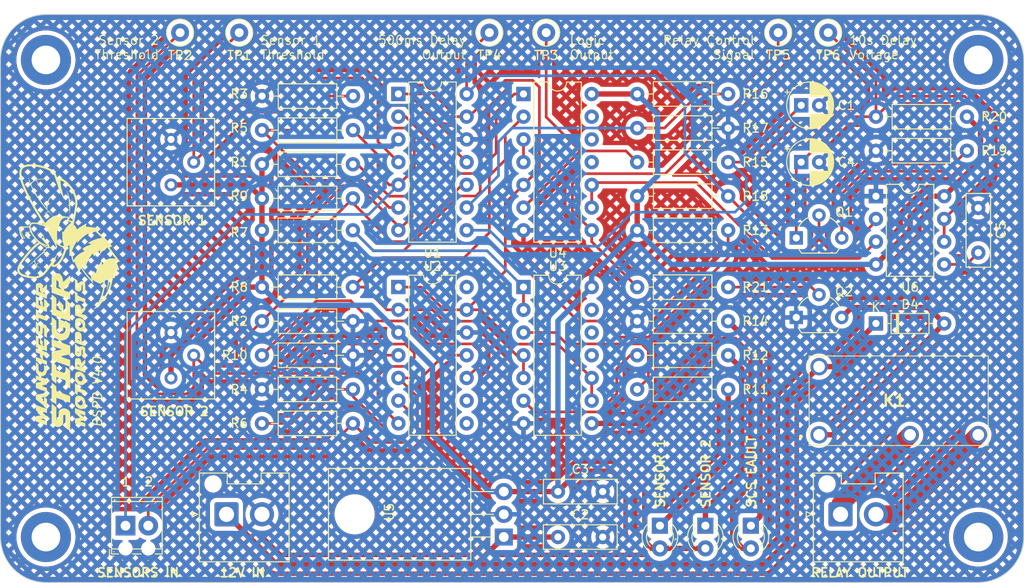
<source format=kicad_pcb>
(kicad_pcb (version 20221018) (generator pcbnew)
  (title_block (title "BPSD") (date "2024-06-10") (rev "V4.0") (company "Manchester Stinger Motorsports"))
  (layers (0 "F.Cu" signal) (31 "B.Cu" signal) (34 "B.Paste" user) (35 "F.Paste" user) (36 "B.SilkS" user "B.Silkscreen") (37 "F.SilkS" user "F.Silkscreen") (38 "B.Mask" user) (39 "F.Mask" user) (44 "Edge.Cuts" user))
  (net 0 "")
  (net 1 "Net-(U1D--)")
  (net 2 "GND")
  (net 3 "Net-(Q1-E)")
  (net 4 "+5V")
  (net 5 "Net-(Q1-B)")
  (net 6 "Net-(Q1-C)")
  (net 7 "Net-(Q2-B)")
  (net 8 "2.27V_REF")
  (net 9 "Net-(R7-Pad2)")
  (net 10 "Net-(R8-Pad2)")
  (net 11 "0.45V_REF")
  (net 12 "Net-(U2A--)")
  (net 13 "+12V")
  (net 14 "Net-(R11-Pad1)")
  (net 15 "Net-(R13-Pad2)")
  (net 16 "Net-(U1A--)")
  (net 17 "Net-(R12-Pad1)")
  (net 18 "Net-(U6-CV)")
  (net 19 "Net-(U1B--)")
  (net 20 "SENS_1")
  (net 21 "SENS_2")
  (net 22 "Net-(D1-K)")
  (net 23 "Net-(D2-K)")
  (net 24 "Net-(D3-A)")
  (net 25 "Net-(U4-Pad3)")
  (net 26 "Net-(D3-K)")
  (net 27 "Net-(R15-Pad1)")
  (net 28 "Net-(R21-Pad1)")
  (net 33 "RELAY_IN")
  (net 34 "RELAY_OUT")
  (net 35 "Net-(U2B--)")
  (net 36 "Net-(U1D-+)")
  (net 37 "Net-(U6-Q)")
  (net 38 "Net-(D4-A)")
  (footprint "Package_DIP:DIP-14_W7.62mm" (layer "F.Cu") (at 138.918 81.783)
    (fp_text reference "U4")
    (fp_text value "74HC00")
  )
  (footprint "Resistor_THT:R_Axial_DIN0207_L6.3mm_D2.5mm_P10.16mm_Horizontal" (layer "F.Cu") (at 151.618 97.023)
    (fp_text reference "R13")
    (fp_text value "10k")
  )
  (footprint "LOGO" (layer "F.Cu") (at 88.118 104.643 90)
    (fp_text reference "")
    (fp_text value "LOGO" hide)
  )
  (footprint "Resistor_THT:R_Axial_DIN0207_L6.3mm_D2.5mm_P10.16mm_Horizontal" (layer "F.Cu") (at 151.618 110.993)
    (fp_text reference "R12")
    (fp_text value "4k7")
  )
  (footprint "LED_THT:LED_D3.0mm" (layer "F.Cu") (at 154.158 130.043 -90)
    (fp_text reference "D1" hide)
    (fp_text value "LED")
  )
  (footprint "Package_TO_SOT_THT:TO-92L_Wide" (layer "F.Cu") (at 169.388 97.873)
    (fp_text reference "Q1")
    (fp_text value "2N3906")
  )
  (footprint "Capacitor_THT:CP_Radial_D5.0mm_P2.00mm" (layer "F.Cu") (at 169.938 89.403)
    (fp_text reference "C4")
    (fp_text value "10u")
  )
  (footprint "BSPD_footprints:Potentiometer_Bourns_3386P_Vertical" (layer "F.Cu") (at 99.548 113.533)
    (fp_text reference "RV2" hide)
    (fp_text value "Sensor 2 Trimmer")
  )
  (footprint "LED_THT:LED_D3.0mm" (layer "F.Cu") (at 159.238 130.043 -90)
    (fp_text reference "D2" hide)
    (fp_text value "LED")
  )
  (footprint "Package_DIP:DIP-14_W7.62mm" (layer "F.Cu") (at 124.948 103.368)
    (fp_text reference "U2")
    (fp_text value "LM339")
  )
  (footprint "MountingHole:MountingHole_3.2mm_M3_DIN965_Pad" (layer "F.Cu") (at 85.578 131.313)
    (fp_text reference "H4" hide)
    (fp_text value "MountingHole_Pad" hide)
  )
  (footprint "Capacitor_THT:C_Disc_D8.0mm_W2.5mm_P5.00mm" (layer "F.Cu") (at 142.768 126.233)
    (fp_text reference "C3")
    (fp_text value "0.1u")
  )
  (footprint "TerminalBlock_Phoenix:TerminalBlock_Phoenix_MPT-0,5-2-2.54_1x02_P2.54mm_Horizontal" (layer "F.Cu") (at 94.468 130.043)
    (fp_text reference "J2" hide)
    (fp_text value "Sensors")
  )
  (footprint "TestPoint:TestPoint_Loop_D1.80mm_Drill1.0mm_Beaded" (layer "F.Cu") (at 100.564 74.925)
    (fp_text reference "TP2")
    (fp_text value "Threshold_2_TP")
  )
  (footprint "Connector_JST:JST_VH_B2P-VH-FB-B_1x02_P3.96mm_Vertical" (layer "F.Cu") (at 174.328 128.773)
    (fp_text reference "J3" hide)
    (fp_text value "Relay Output")
  )
  (footprint "Resistor_THT:R_Axial_DIN0207_L6.3mm_D2.5mm_P10.16mm_Horizontal" (layer "F.Cu") (at 109.708 114.803)
    (fp_text reference "R4")
    (fp_text value "100k")
  )
  (footprint "Diode_THT:D_DO-35_SOD27_P7.62mm_Horizontal" (layer "F.Cu") (at 178.288 107.437)
    (fp_text reference "D4")
    (fp_text value "1N4148")
  )
  (footprint "Capacitor_THT:CP_Radial_D5.0mm_P2.00mm" (layer "F.Cu") (at 169.938 83.053)
    (fp_text reference "C1")
    (fp_text value "1u")
  )
  (footprint "Capacitor_THT:C_Disc_D8.0mm_W2.5mm_P5.00mm" (layer "F.Cu") (at 189.718 99.523 90)
    (fp_text reference "C5")
    (fp_text value "100n")
  )
  (footprint "TestPoint:TestPoint_Loop_D1.80mm_Drill1.0mm_Beaded" (layer "F.Cu") (at 141.458 74.925)
    (fp_text reference "TP3")
    (fp_text value "Logic_Output_TP")
  )
  (footprint "TestPoint:TestPoint_Loop_D1.80mm_Drill1.0mm_Beaded" (layer "F.Cu") (at 172.954 74.925)
    (fp_text reference "TP6")
    (fp_text value "10s_Voltage_TP")
  )
  (footprint "Resistor_THT:R_Axial_DIN0207_L6.3mm_D2.5mm_P10.16mm_Horizontal" (layer "F.Cu") (at 109.708 93.453)
    (fp_text reference "R9")
    (fp_text value "100k")
  )
  (footprint "Resistor_THT:R_Axial_DIN0207_L6.3mm_D2.5mm_P10.16mm_Horizontal" (layer "F.Cu") (at 178.288 88.133)
    (fp_text reference "R19")
    (fp_text value "1k")
  )
  (footprint "Package_TO_SOT_THT:TO-220-3_Horizontal_TabDown" (layer "F.Cu") (at 136.718 131.313 90)
    (fp_text reference "U5")
    (fp_text value "LM2940")
  )
  (footprint "Resistor_THT:R_Axial_DIN0207_L6.3mm_D2.5mm_P10.16mm_Horizontal" (layer "F.Cu") (at 151.618 89.403)
    (fp_text reference "R15")
    (fp_text value "430k")
  )
  (footprint "Resistor_THT:R_Axial_DIN0207_L6.3mm_D2.5mm_P10.16mm_Horizontal" (layer "F.Cu") (at 109.718 85.828)
    (fp_text reference "R5")
    (fp_text value "100k")
  )
  (footprint "Resistor_THT:R_Axial_DIN0207_L6.3mm_D2.5mm_P10.16mm_Horizontal" (layer "F.Cu") (at 109.708 118.613)
    (fp_text reference "R6")
    (fp_text value "100k")
  )
  (footprint "Capacitor_THT:C_Disc_D8.0mm_W2.5mm_P5.00mm" (layer "F.Cu") (at 142.768 131.313)
    (fp_text reference "C2")
    (fp_text value "0.22u")
  )
  (footprint "Connector_JST:JST_VH_B2P-VH-FB-B_1x02_P3.96mm_Vertical" (layer "F.Cu") (at 105.748 128.773)
    (fp_text reference "J1" hide)
    (fp_text value "12V Supply")
  )
  (footprint "LED_THT:LED_D3.0mm" (layer "F.Cu") (at 164.318 130.043 -90)
    (fp_text reference "D3" hide)
    (fp_text value "LED")
  )
  (footprint "Resistor_THT:R_Axial_DIN0207_L6.3mm_D2.5mm_P10.16mm_Horizontal" (layer "F.Cu") (at 109.708 110.993)
    (fp_text reference "R10")
    (fp_text value "10k")
  )
  (footprint "MountingHole:MountingHole_3.2mm_M3_DIN965_Pad" (layer "F.Cu") (at 85.578 77.973)
    (fp_text reference "H3" hide)
    (fp_text value "MountingHole_Pad" hide)
  )
  (footprint "Package_DIP:DIP-8_W7.62mm" (layer "F.Cu") (at 178.288 93.213)
    (fp_text reference "U6")
    (fp_text value "LM555xN")
  )
  (footprint "Package_DIP:DIP-14_W7.62mm" (layer "F.Cu") (at 124.948 81.778)
    (fp_text reference "U1")
    (fp_text value "LM339")
  )
  (footprint "TestPoint:TestPoint_Loop_D1.80mm_Drill1.0mm_Beaded" (layer "F.Cu") (at 135.108 74.925)
    (fp_text reference "TP4")
    (fp_text value "500ms_Out_TP")
  )
  (footprint "Resistor_THT:R_Axial_DIN0207_L6.3mm_D2.5mm_P10.16mm_Horizontal" (layer "F.Cu") (at 109.708 107.183)
    (fp_text reference "R2")
    (fp_text value "39k")
  )
  (footprint "Resistor_THT:R_Axial_DIN0207_L6.3mm_D2.5mm_P10.16mm_Horizontal" (layer "F.Cu") (at 109.708 97.023)
    (fp_text reference "R7")
    (fp_text value "10k")
  )
  (footprint "MountingHole:MountingHole_3.2mm_M3_DIN965_Pad" (layer "F.Cu") (at 189.718 77.973)
    (fp_text reference "H1" hide)
    (fp_text value "MountingHole_Pad" hide)
  )
  (footprint "Resistor_THT:R_Axial_DIN0207_L6.3mm_D2.5mm_P10.16mm_Horizontal" (layer "F.Cu") (at 151.618 107.183)
    (fp_text reference "R14")
    (fp_text value "4k7")
  )
  (footprint "BSPD_footprints:ALQ305" (layer "F.Cu") (at 180.328 116.073)
    (fp_text reference "K1")
    (fp_text value "Relay_SPST-NO" hide)
  )
  (footprint "Resistor_THT:R_Axial_DIN0207_L6.3mm_D2.5mm_P10.16mm_Horizontal" (layer "F.Cu") (at 151.618 114.803)
    (fp_text reference "R11")
    (fp_text value "4k7")
  )
  (footprint "BSPD_footprints:Potentiometer_Bourns_3386P_Vertical" (layer "F.Cu") (at 99.548 91.943)
    (fp_text reference "RV1" hide)
    (fp_text value "Sensor 1 Trimmer")
  )
  (footprint "Resistor_THT:R_Axial_DIN0207_L6.3mm_D2.5mm_P10.16mm_Horizontal" (layer "F.Cu") (at 151.618 103.373)
    (fp_text reference "R21")
    (fp_text value "4k7")
  )
  (footprint "Resistor_THT:R_Axial_DIN0207_L6.3mm_D2.5mm_P10.16mm_Horizontal" (layer "F.Cu") (at 109.708 89.643)
    (fp_text reference "R1")
    (fp_text value "47k")
  )
  (footprint "Resistor_THT:R_Axial_DIN0207_L6.3mm_D2.5mm_P10.16mm_Horizontal" (layer "F.Cu") (at 151.618 81.783)
    (fp_text reference "R16")
    (fp_text value "43k")
  )
  (footprint "TestPoint:TestPoint_Loop_D1.80mm_Drill1.0mm_Beaded" (layer "F.Cu") (at 167.366 74.925)
    (fp_text reference "TP5")
    (fp_text value "Relay_Signal_TP")
  )
  (footprint "TestPoint:TestPoint_Loop_D1.80mm_Drill1.0mm_Beaded" (layer "F.Cu") (at 107.168 74.925)
    (fp_text reference "TP1")
    (fp_text value "Threshold_1_TP")
  )
  (footprint "Resistor_THT:R_Axial_DIN0207_L6.3mm_D2.5mm_P10.16mm_Horizontal" (layer "F.Cu") (at 178.288 84.323)
    (fp_text reference "R20")
    (fp_text value "1M")
  )
  (footprint "Resistor_THT:R_Axial_DIN0207_L6.3mm_D2.5mm_P10.16mm_Horizontal" (layer "F.Cu") (at 151.618 85.593)
    (fp_text reference "R17")
    (fp_text value "100k")
  )
  (footprint "Resistor_THT:R_Axial_DIN0207_L6.3mm_D2.5mm_P10.16mm_Horizontal" (layer "F.Cu") (at 109.718 82.018)
    (fp_text reference "R3")
    (fp_text value "100k")
  )
  (footprint "Package_TO_SOT_THT:TO-92L_Wide" (layer "F.Cu") (at 169.388 106.763)
    (fp_text reference "Q2")
    (fp_text value "2N3904")
  )
  (footprint "Resistor_THT:R_Axial_DIN0207_L6.3mm_D2.5mm_P10.16mm_Horizontal" (layer "F.Cu") (at 151.618 93.213)
    (fp_text reference "R18")
    (fp_text value "10k")
  )
  (footprint "Resistor_THT:R_Axial_DIN0207_L6.3mm_D2.5mm_P10.16mm_Horizontal" (layer "F.Cu") (at 109.708 103.373)
    (fp_text reference "R8")
    (fp_text value "10k")
  )
  (footprint "Package_DIP:DIP-14_W7.62mm" (layer "F.Cu") (at 138.918 103.373)
    (fp_text reference "U3")
    (fp_text value "74HC00")
  )
  (footprint "MountingHole:MountingHole_3.2mm_M3_DIN965_Pad" (layer "F.Cu") (at 189.718 131.313)
    (fp_text reference "H2" hide)
    (fp_text value "MountingHole_Pad" hide)
  )
  (gr_line (start 189.718 136.393) (end 85.578 136.393) (stroke (width 0.1)) (layer "Edge.Cuts"))
  (gr_arc (start 85.578 136.393) (mid 81.985898 134.905102) (end 80.498 131.313) (stroke (width 0.1)) (layer "Edge.Cuts"))
  (gr_line (start 194.798 77.973) (end 194.798 131.313) (stroke (width 0.1)) (layer "Edge.Cuts"))
  (gr_arc (start 194.798 131.313) (mid 193.310102 134.905102) (end 189.718 136.393) (stroke (width 0.1)) (layer "Edge.Cuts"))
  (gr_line (start 80.498 131.313) (end 80.498 77.973) (stroke (width 0.1)) (layer "Edge.Cuts"))
  (gr_line (start 85.578 72.893) (end 189.718 72.893) (stroke (width 0.1)) (layer "Edge.Cuts"))
  (gr_arc (start 80.498 77.973) (mid 81.985898 74.380898) (end 85.578 72.893) (stroke (width 0.1)) (layer "Edge.Cuts"))
  (gr_arc (start 189.718 72.893) (mid 193.310102 74.380898) (end 194.798 77.973) (stroke (width 0.1)) (layer "Edge.Cuts"))
  (gr_text "SENSORS IN" (at 91.166 135.885) (layer "F.SilkS") (effects (font (size 1 1) (thickness 0.2) bold) (justify left bottom)))
  (gr_text "SCS FAULT" (at 164.953 128.138 90) (layer "F.SilkS") (effects (font (size 1 1) (thickness 0.2) bold) (justify left bottom)))
  (gr_text "500ms Delay\nOutput" (at 132.568 77.973) (layer "F.SilkS") (effects (font (size 1 1) (thickness 0.125)) (justify right bottom)))
  (gr_text "Relay Control\nSignal" (at 164.826 77.973) (layer "F.SilkS") (effects (font (size 1 1) (thickness 0.125)) (justify right bottom)))
  (gr_text "BSPD V4.0" (at 91.928 119.121 90) (layer "F.SilkS") (effects (font (size 1 1) (thickness 0.15) italic) (justify left bottom)))
  (gr_text "Logic\nOutput" (at 143.998 77.973) (layer "F.SilkS") (effects (font (size 1 1) (thickness 0.125)) (justify left bottom)))
  (gr_text "Sensor 2\nThreshold" (at 98.278 77.973) (layer "F.SilkS") (effects (font (size 1 1) (thickness 0.125)) (justify right bottom)))
  (gr_text "12V IN" (at 104.882 135.885) (layer "F.SilkS") (effects (font (size 1 1) (thickness 0.2) bold) (justify left bottom)))
  (gr_text "SENSOR 2" (at 159.873 128.138 90) (layer "F.SilkS") (effects (font (size 1 1) (thickness 0.2) bold) (justify left bottom)))
  (gr_text "SENSOR 1" (at 154.793 128.138 90) (layer "F.SilkS") (effects (font (size 1 1) (thickness 0.2) bold) (justify left bottom)))
  (gr_text "10s Delay\nVoltage" (at 175.24 77.973) (layer "F.SilkS") (effects (font (size 1 1) (thickness 0.125)) (justify left bottom)))
  (gr_text "2" (at 96.5 125.725) (layer "F.SilkS") (effects (font (size 1 1)) (justify left bottom)))
  (gr_text "Sensor 1\nThreshold" (at 109.454 77.973) (layer "F.SilkS") (effects (font (size 1 1) (thickness 0.125)) (justify left bottom)))
  (gr_text "SENSOR 2" (at 95.992 117.851) (layer "F.SilkS") (effects (font (size 1 1) (thickness 0.2) bold) (justify left bottom)))
  (gr_text "SENSOR 1" (at 95.738 96.515) (layer "F.SilkS") (effects (font (size 1 1) (thickness 0.2) bold) (justify left bottom)))
  (gr_text "RELAY OUTPUT" (at 170.922 135.885) (layer "F.SilkS") (effects (font (size 1 1) (thickness 0.2) bold) (justify left bottom)))
  (gr_text "1" (at 93.96 125.725) (layer "F.SilkS") (effects (font (size 1 1)) (justify left bottom)))
  (segment (start 163.588 89.403) (end 169.938 83.053) (width 0.3) (layer "F.Cu") (net 1))
  (segment (start 161.778 89.403) (end 163.588 89.403) (width 0.3) (layer "F.Cu") (net 1))
  (segment (start 136.886 98.801) (end 147.3 98.801) (width 0.3) (layer "B.Cu") (net 1))
  (segment (start 147.3 98.801) (end 151.11 94.991) (width 0.3) (layer "B.Cu") (net 1))
  (segment (start 162.032 89.403) (end 161.778 89.403) (width 0.3) (layer "B.Cu") (net 1))
  (segment (start 163.81 91.181) (end 162.032 89.403) (width 0.3) (layer "B.Cu") (net 1))
  (segment (start 132.568 97.018) (end 135.103 97.018) (width 0.3) (layer "B.Cu") (net 1))
  (segment (start 135.103 97.018) (end 136.886 98.801) (width 0.3) (layer "B.Cu") (net 1))
  (segment (start 162.54 94.991) (end 163.81 93.721) (width 0.3) (layer "B.Cu") (net 1))
  (segment (start 151.11 94.991) (end 162.54 94.991) (width 0.3) (layer "B.Cu") (net 1))
  (segment (start 163.81 93.721) (end 163.81 91.181) (width 0.3) (layer "B.Cu") (net 1))
  (segment (start 132.568 86.858) (end 128.738 83.028) (width 0.3) (layer "B.Cu") (net 2))
  (segment (start 128.738 83.028) (end 123.961604 83.028) (width 0.3) (layer "B.Cu") (net 2))
  (segment (start 121.700604 80.767) (end 110.969 80.767) (width 0.3) (layer "B.Cu") (net 2))
  (segment (start 110.969 80.767) (end 109.718 82.018) (width 0.3) (layer "B.Cu") (net 2))
  (segment (start 123.961604 83.028) (end 121.700604 80.767) (width 0.3) (layer "B.Cu") (net 2))
  (segment (start 169.938 89.403) (end 175.018 84.323) (width 0.3) (layer "F.Cu") (net 3))
  (segment (start 190.734 90.927) (end 190.734 84.577) (width 0.3) (layer "F.Cu") (net 3))
  (segment (start 180.574 82.037) (end 178.288 84.323) (width 0.3) (layer "F.Cu") (net 3))
  (segment (start 169.388 89.953) (end 169.938 89.403) (width 0.3) (layer "F.Cu") (net 3))
  (segment (start 169.388 97.873) (end 169.388 89.953) (width 0.3) (layer "F.Cu") (net 3))
  (segment (start 178.288 80.259) (end 172.954 74.925) (width 0.3) (layer "F.Cu") (net 3))
  (segment (start 190.734 84.577) (end 188.194 82.037) (width 0.3) (layer "F.Cu") (net 3))
  (segment (start 188.194 82.037) (end 180.574 82.037) (width 0.3) (layer "F.Cu") (net 3))
  (segment (start 175.018 84.323) (end 178.288 84.323) (width 0.3) (layer "F.Cu") (net 3))
  (segment (start 178.288 84.323) (end 178.288 80.259) (width 0.3) (layer "F.Cu") (net 3))
  (segment (start 185.908 98.293) (end 185.908 95.753) (width 0.3) (layer "F.Cu") (net 3))
  (segment (start 185.908 95.753) (end 190.734 90.927) (width 0.3) (layer "F.Cu") (net 3))
  (segment (start 107.168 103.373) (end 109.708 103.373) (width 0.6) (layer "F.Cu") (net 4))
  (segment (start 151.364 126.487) (end 151.364 130.689) (width 0.6) (layer "F.Cu") (net 4))
  (segment (start 136.718 126.233) (end 142.768 126.233) (width 0.6) (layer "F.Cu") (net 4))
  (segment (start 182.098 97.023) (end 182.098 95.499) (width 0.6) (layer "F.Cu") (net 4))
  (segment (start 99.548 91.943) (end 108.198 91.943) (width 0.6) (layer "F.Cu") (net 4))
  (segment (start 99.548 113.533) (end 99.548 110.993) (width 0.6) (layer "F.Cu") (net 4))
  (segment (start 148.824 123.947) (end 151.364 126.487) (width 0.6) (layer "F.Cu") (net 4))
  (segment (start 142.768 126.233) (end 145.054 123.947) (width 0.6) (layer "F.Cu") (net 4))
  (segment (start 145.054 123.947) (end 148.824 123.947) (width 0.6) (layer "F.Cu") (net 4))
  (segment (start 189.972 85.847) (end 188.448 84.323) (width 0.6) (layer "F.Cu") (net 4))
  (segment (start 109.708 97.023) (end 109.708 93.453) (width 0.6) (layer "F.Cu") (net 4))
  (segment (start 189.972 89.149) (end 189.972 85.847) (width 0.6) (layer "F.Cu") (net 4))
  (segment (start 159.238 132.583) (end 154.158 132.583) (width 0.6) (layer "F.Cu") (net 4))
  (segment (start 178.288 100.833) (end 182.098 97.023) (width 0.6) (layer "F.Cu") (net 4))
  (segment (start 109.708 97.023) (end 109.708 103.373) (width 0.6) (layer "F.Cu") (net 4))
  (segment (start 108.198 91.943) (end 109.708 93.453) (width 0.6) (layer "F.Cu") (net 4))
  (segment (start 184.384 93.213) (end 185.908 93.213) (width 0.6) (layer "F.Cu") (net 4))
  (segment (start 109.708 93.453) (end 109.708 89.643) (width 0.6) (layer "F.Cu") (net 4))
  (segment (start 146.538 81.783) (end 151.618 81.783) (width 0.6) (layer "F.Cu") (net 4))
  (segment (start 185.908 93.213) (end 189.972 89.149) (width 0.6) (layer "F.Cu") (net 4))
  (segment (start 151.618 97.023) (end 151.618 93.213) (width 0.6) (layer "F.Cu") (net 4))
  (segment (start 99.548 110.993) (end 107.168 103.373) (width 0.6) (layer "F.Cu") (net 4))
  (segment (start 153.258 132.583) (end 154.158 132.583) (width 0.6) (layer "F.Cu") (net 4))
  (segment (start 182.098 95.499) (end 184.384 93.213) (width 0.6) (layer "F.Cu") (net 4))
  (segment (start 151.364 130.689) (end 153.258 132.583) (width 0.6) (layer "F.Cu") (net 4))
  (segment (start 135.108 126.233) (end 136.718 126.233) (width 0.6) (layer "B.Cu") (net 4))
  (segment (start 151.618 97.023) (end 155.428 100.833) (width 0.6) (layer "B.Cu") (net 4))
  (segment (start 121.905 105.405) (end 124.948 108.448) (width 0.6) (layer "B.Cu") (net 4))
  (segment (start 109.708 89.643) (end 111.726 87.625) (width 0.6) (layer "B.Cu") (net 4))
  (segment (start 124.181 87.625) (end 124.948 86.858) (width 0.6) (layer "B.Cu") (net 4))
  (segment (start 111.726 87.625) (end 124.181 87.625) (width 0.6) (layer "B.Cu") (net 4))
  (segment (start 128.758 119.883) (end 135.108 126.233) (width 0.6) (layer "B.Cu") (net 4))
  (segment (start 111.74 105.405) (end 121.905 105.405) (width 0.6) (layer "B.Cu") (net 4))
  (segment (start 146.538 103.373) (end 146.538 102.103) (width 0.6) (layer "B.Cu") (net 4))
  (segment (start 142.768 126.233) (end 142.768 107.143) (width 0.6) (layer "B.Cu") (net 4))
  (segment (start 153.904 84.069) (end 151.618 81.783) (width 0.6) (layer "B.Cu") (net 4))
  (segment (start 124.948 108.448) (end 128.758 112.258) (width 0.6) (layer "B.Cu") (net 4))
  (segment (start 142.768 107.143) (end 146.538 103.373) (width 0.6) (layer "B.Cu") (net 4))
  (segment (start 109.708 103.373) (end 111.74 105.405) (width 0.6) (layer "B.Cu") (net 4))
  (segment (start 146.538 102.103) (end 151.618 97.023) (width 0.6) (layer "B.Cu") (net 4))
  (segment (start 153.904 90.927) (end 153.904 84.069) (width 0.6) (layer "B.Cu") (net 4))
  (segment (start 151.618 93.213) (end 153.904 90.927) (width 0.6) (layer "B.Cu") (net 4))
  (segment (start 155.428 100.833) (end 178.288 100.833) (width 0.6) (layer "B.Cu") (net 4))
  (segment (start 128.758 112.258) (end 128.758 119.883) (width 0.6) (layer "B.Cu") (net 4))
  (segment (start 171.938 97.479396) (end 171.938 98.039) (width 0.3) (layer "F.Cu") (net 5))
  (segment (start 168.128 99.563) (end 161.778 93.213) (width 0.3) (layer "F.Cu") (net 5))
  (segment (start 171.938 98.039) (end 170.414 99.563) (width 0.3) (layer "F.Cu") (net 5))
  (segment (start 170.414 99.563) (end 168.128 99.563) (width 0.3) (layer "F.Cu") (net 5))
  (segment (start 171.928 95.333) (end 171.928 97.469396) (width 0.3) (layer "F.Cu") (net 5))
  (segment (start 132.568 77.465) (end 135.108 74.925) (width 0.3) (layer "F.Cu") (net 5))
  (segment (start 173.208 99.309) (end 171.938 98.039) (width 0.3) (layer "F.Cu") (net 5))
  (segment (start 174.986 99.309) (end 173.208 99.309) (width 0.3) (layer "F.Cu") (net 5))
  (segment (start 178.288 95.753) (end 178.288 96.007) (width 0.3) (layer "F.Cu") (net 5))
  (segment (start 178.288 96.007) (end 174.986 99.309) (width 0.3) (layer "F.Cu") (net 5))
  (segment (start 171.928 97.469396) (end 171.938 97.479396) (width 0.3) (layer "F.Cu") (net 5))
  (segment (start 132.568 81.778) (end 132.568 77.465) (width 0.3) (layer "F.Cu") (net 5))
  (segment (start 156.952 88.387) (end 161.778 93.213) (width 0.3) (layer "B.Cu") (net 5))
  (segment (start 156.952 83.053) (end 156.952 88.387) (width 0.3) (layer "B.Cu") (net 5))
  (segment (start 153.65 79.751) (end 156.952 83.053) (width 0.3) (layer "B.Cu") (net 5))
  (segment (start 132.568 81.778) (end 134.595 79.751) (width 0.3) (layer "B.Cu") (net 5))
  (segment (start 134.595 79.751) (end 153.65 79.751) (width 0.3) (layer "B.Cu") (net 5))
  (segment (start 174.468 92.969) (end 174.468 97.873) (width 0.3) (layer "F.Cu") (net 6))
  (segment (start 188.448 88.133) (end 186.162 90.419) (width 0.3) (layer "F.Cu") (net 6))
  (segment (start 186.162 90.419) (end 177.018 90.419) (width 0.3) (layer "F.Cu") (net 6))
  (segment (start 177.018 90.419) (end 174.468 92.969) (width 0.3) (layer "F.Cu") (net 6))
  (segment (start 171.078 103.373) (end 171.928 104.223) (width 0.3) (layer "F.Cu") (net 7))
  (segment (start 161.778 103.373) (end 171.078 103.373) (width 0.3) (layer "F.Cu") (net 7))
  (segment (start 123.932 93.213) (end 120.362 89.643) (width 0.3) (layer "F.Cu") (net 8))
  (segment (start 126.726 111.247) (end 126.726 110.739) (width 0.3) (layer "F.Cu") (net 8))
  (segment (start 125.735 112.238) (end 126.726 111.247) (width 0.3) (layer "F.Cu") (net 8))
  (segment (start 125.964 93.213) (end 123.932 93.213) (width 0.3) (layer "F.Cu") (net 8))
  (segment (start 120.424736 92.035) (end 124.948 96.558264) (width 0.3) (layer "F.Cu") (net 8))
  (segment (start 112.594 112.425) (end 108.854 112.425) (width 0.3) (layer "F.Cu") (net 8))
  (segment (start 126.472 95.494) (end 126.472 93.721) (width 0.3) (layer "F.Cu") (net 8))
  (segment (start 125.725 109.738) (end 115.281 109.738) (width 0.3) (layer "F.Cu") (net 8))
  (segment (start 124.948 96.558264) (end 124.948 97.018) (width 0.3) (layer "F.Cu") (net 8))
  (segment (start 126.726 110.739) (end 125.725 109.738) (width 0.3) (layer "F.Cu") (net 8))
  (segment (start 114.788 102.103) (end 114.788 96.007) (width 0.3) (layer "F.Cu") (net 8))
  (segment (start 124.948 118.608) (end 122.662 116.322) (width 0.3) (layer "F.Cu") (net 8))
  (segment (start 107.676 111.247) (end 107.676 109.215) (width 0.3) (layer "F.Cu") (net 8))
  (segment (start 126.472 93.721) (end 125.964 93.213) (width 0.3) (layer "F.Cu") (net 8))
  (segment (start 122.662 116.322) (end 122.662 113.279) (width 0.3) (layer "F.Cu") (net 8))
  (segment (start 107.676 109.215) (end 109.708 107.183) (width 0.3) (layer "F.Cu") (net 8))
  (segment (start 124.948 97.018) (end 126.472 95.494) (width 0.3) (layer "F.Cu") (net 8))
  (segment (start 109.708 107.183) (end 114.788 102.103) (width 0.3) (layer "F.Cu") (net 8))
  (segment (start 122.662 113.279) (end 123.703 112.238) (width 0.3) (layer "F.Cu") (net 8))
  (segment (start 123.703 112.238) (end 125.735 112.238) (width 0.3) (layer "F.Cu") (net 8))
  (segment (start 108.854 112.425) (end 107.676 111.247) (width 0.3) (layer "F.Cu") (net 8))
  (segment (start 114.788 96.007) (end 118.76 92.035) (width 0.3) (layer "F.Cu") (net 8))
  (segment (start 118.76 92.035) (end 120.424736 92.035) (width 0.3) (layer "F.Cu") (net 8))
  (segment (start 120.362 89.643) (end 119.868 89.643) (width 0.3) (layer "F.Cu") (net 8))
  (segment (start 115.281 109.738) (end 112.594 112.425) (width 0.3) (layer "F.Cu") (net 8))
  (segment (start 124.948 84.318) (end 125.748 84.318) (width 0.3) (layer "F.Cu") (net 9))
  (segment (start 125.542528 99.309) (end 122.154 99.309) (width 0.3) (layer "F.Cu") (net 9))
  (segment (start 129.012 87.582) (end 129.012 88.387) (width 0.3) (layer "F.Cu") (net 9))
  (segment (start 137.902 81.783) (end 138.918 81.783) (width 0.3) (layer "F.Cu") (net 9))
  (segment (start 135.87 83.815) (end 137.902 81.783) (width 0.3) (layer "F.Cu") (net 9))
  (segment (start 134.092 91.181) (end 134.092 92.705) (width 0.3) (layer "F.Cu") (net 9))
  (segment (start 122.154 99.309) (end 119.868 97.023) (width 0.3) (layer "F.Cu") (net 9))
  (segment (start 131.298 90.673) (end 133.584 90.673) (width 0.3) (layer "F.Cu") (net 9))
  (segment (start 129.012 88.387) (end 131.298 90.673) (width 0.3) (layer "F.Cu") (net 9))
  (segment (start 133.609 93.188) (end 131.663528 93.188) (width 0.3) (layer "F.Cu") (net 9))
  (segment (start 131.663528 93.188) (end 125.542528 99.309) (width 0.3) (layer "F.Cu") (net 9))
  (segment (start 125.748 84.318) (end 129.012 87.582) (width 0.3) (layer "F.Cu") (net 9))
  (segment (start 135.87 88.387) (end 135.87 83.815) (width 0.3) (layer "F.Cu") (net 9))
  (segment (start 133.584 90.673) (end 134.092 91.181) (width 0.3) (layer "F.Cu") (net 9))
  (segment (start 138.918 105.913) (end 138.918 103.373) (width 0.3) (layer "F.Cu") (net 9))
  (segment (start 133.584 90.673) (end 135.87 88.387) (width 0.3) (layer "F.Cu") (net 9))
  (segment (start 134.092 92.705) (end 133.609 93.188) (width 0.3) (layer "F.Cu") (net 9))
  (segment (start 138.918 103.373) (end 134.854 99.309) (width 0.3) (layer "B.Cu") (net 9))
  (segment (start 122.154 99.309) (end 119.868 97.023) (width 0.3) (layer "B.Cu") (net 9))
  (segment (start 134.854 99.309) (end 122.154 99.309) (width 0.3) (layer "B.Cu") (net 9))
  (segment (start 123.678 105.913) (end 123.683 105.908) (width 0.3) (layer "F.Cu") (net 10))
  (segment (start 136.886 89.149) (end 135.108 90.927) (width 0.3) (layer "F.Cu") (net 10))
  (segment (start 138.156 110.993) (end 138.918 110.993) (width 0.3) (layer "F.Cu") (net 10))
  (segment (start 124.948 105.908) (end 128.753 105.908) (width 0.3) (layer "F.Cu") (net 10))
  (segment (start 132.314 100.071) (end 123.17 100.071) (width 0.3) (layer "F.Cu") (net 10))
  (segment (start 135.108 90.927) (end 135.108 97.277) (width 0.3) (layer "F.Cu") (net 10))
  (segment (start 121.138 103.373) (end 123.678 105.913) (width 0.3) (layer "F.Cu") (net 10))
  (segment (start 138.918 113.533) (end 138.918 110.993) (width 0.3) (layer "F.Cu") (net 10))
  (segment (start 138.918 84.323) (end 136.886 86.355) (width 0.3) (layer "F.Cu") (net 10))
  (segment (start 134.346 107.183) (end 138.156 110.993) (width 0.3) (layer "F.Cu") (net 10))
  (segment (start 135.108 97.277) (end 132.314 100.071) (width 0.3) (layer "F.Cu") (net 10))
  (segment (start 119.868 103.373) (end 121.138 103.373) (width 0.3) (layer "F.Cu") (net 10))
  (segment (start 123.17 100.071) (end 119.868 103.373) (width 0.3) (layer "F.Cu") (net 10))
  (segment (start 123.683 105.908) (end 124.948 105.908) (width 0.3) (layer "F.Cu") (net 10))
  (segment (start 130.028 107.183) (end 134.346 107.183) (width 0.3) (layer "F.Cu") (net 10))
  (segment (start 136.886 86.355) (end 136.886 89.149) (width 0.3) (layer "F.Cu") (net 10))
  (segment (start 128.753 105.908) (end 130.028 107.183) (width 0.3) (layer "F.Cu") (net 10))
  (segment (start 115.804 97.517) (end 119.868 93.453) (width 0.3) (layer "F.Cu") (net 11))
  (segment (start 124.186 98.293) (end 119.868 93.975) (width 0.3) (layer "F.Cu") (net 11))
  (segment (start 119.614 104.897) (end 115.804 104.897) (width 0.3) (layer "F.Cu") (net 11))
  (segment (start 133.203 109.723) (end 128.25 109.723) (width 0.3) (layer "F.Cu") (net 11))
  (segment (start 119.868 93.975) (end 119.868 93.453) (width 0.3) (layer "F.Cu") (net 11))
  (segment (start 132.065 91.938) (end 125.71 98.293) (width 0.3) (layer "F.Cu") (net 11))
  (segment (start 128.25 109.723) (end 125.685 107.158) (width 0.3) (layer "F.Cu") (net 11))
  (segment (start 125.685 107.158) (end 121.875 107.158) (width 0.3) (layer "F.Cu") (net 11))
  (segment (start 134.092 112.004) (end 134.092 110.612) (width 0.3) (layer "F.Cu") (net 11))
  (segment (start 132.568 113.528) (end 134.092 112.004) (width 0.3) (layer "F.Cu") (net 11))
  (segment (start 109.708 110.993) (end 115.804 104.897) (width 0.3) (layer "F.Cu") (net 11))
  (segment (start 121.875 107.158) (end 119.614 104.897) (width 0.3) (layer "F.Cu") (net 11))
  (segment (start 134.092 110.612) (end 133.203 109.723) (width 0.3) (layer "F.Cu") (net 11))
  (segment (start 132.568 91.938) (end 132.065 91.938) (width 0.3) (layer "F.Cu") (net 11))
  (segment (start 115.804 104.897) (end 115.804 97.517) (width 0.3) (layer "F.Cu") (net 11))
  (segment (start 125.71 98.293) (end 124.186 98.293) (width 0.3) (layer "F.Cu") (net 11))
  (segment (start 102.088 110.993) (end 104.12 113.025) (width 0.3) (layer "F.Cu") (net 12))
  (segment (start 97.516 115.311) (end 95.738 113.533) (width 0.3) (layer "F.Cu") (net 12))
  (segment (start 95.738 79.751) (end 100.564 74.925) (width 0.3) (layer "F.Cu") (net 12))
  (segment (start 104.12 113.025) (end 121.138 113.025) (width 0.3) (layer "F.Cu") (net 12))
  (segment (start 121.138 113.025) (end 123.175 110.988) (width 0.3) (layer "F.Cu") (net 12))
  (segment (start 95.738 113.533) (end 95.738 79.751) (width 0.3) (layer "F.Cu") (net 12))
  (segment (start 102.088 114.549) (end 101.326 115.311) (width 0.3) (layer "F.Cu") (net 12))
  (segment (start 102.088 110.993) (end 102.088 114.549) (width 0.3) (layer "F.Cu") (net 12))
  (segment (start 123.175 110.988) (end 124.948 110.988) (width 0.3) (layer "F.Cu") (net 12))
  (segment (start 101.326 115.311) (end 97.516 115.311) (width 0.3) (layer "F.Cu") (net 12))
  (segment (start 136.718 131.313) (end 133.67 134.361) (width 0.6) (layer "F.Cu") (net 13))
  (segment (start 168.382 115.819) (end 171.938 112.263) (width 0.6) (layer "F.Cu") (net 13))
  (segment (start 168.382 131.821) (end 168.382 115.819) (width 0.6) (layer "F.Cu") (net 13))
  (segment (start 165.842 134.361) (end 168.382 131.821) (width 0.6) (layer "F.Cu") (net 13))
  (segment (start 136.718 131.313) (end 142.768 131.313) (width 0.6) (layer "F.Cu") (net 13))
  (segment (start 171.938 112.263) (end 173.462 112.263) (width 0.6) (layer "F.Cu") (net 13))
  (segment (start 133.584 134.361) (end 165.842 134.361) (width 0.6) (layer "F.Cu") (net 13))
  (segment (start 105.748 128.773) (end 111.336 134.361) (width 0.6) (layer "F.Cu") (net 13))
  (segment (start 111.336 134.361) (end 133.584 134.361) (width 0.6) (layer "F.Cu") (net 13))
  (segment (start 133.67 134.361) (end 133.584 134.361) (width 0.6) (layer "F.Cu") (net 13))
  (segment (start 173.462 112.263) (end 178.288 107.437) (width 0.6) (layer "F.Cu") (net 13))
  (segment (start 151.618 114.803) (end 152.868 113.553) (width 0.3) (layer "F.Cu") (net 14))
  (segment (start 152.126 109.723) (end 143.744 109.723) (width 0.3) (layer "F.Cu") (net 14))
  (segment (start 143.744 109.723) (end 142.474 108.453) (width 0.3) (layer "F.Cu") (net 14))
  (segment (start 152.868 110.465) (end 152.126 109.723) (width 0.3) (layer "F.Cu") (net 14))
  (segment (start 142.474 108.453) (end 138.918 108.453) (width 0.3) (layer "F.Cu") (net 14))
  (segment (start 152.868 113.553) (end 152.868 110.465) (width 0.3) (layer "F.Cu") (net 14))
  (segment (start 136.886 101.59) (end 136.886 99.055) (width 0.3) (layer "F.Cu") (net 15))
  (segment (start 124.948 103.368) (end 127.483 103.368) (width 0.3) (layer "F.Cu") (net 15))
  (segment (start 142.748 109.743) (end 137.922 109.743) (width 0.3) (layer "F.Cu") (net 15))
  (segment (start 132.568 84.318) (end 132.827 84.318) (width 0.3) (layer "F.Cu") (net 15))
  (segment (start 161.778 100.071) (end 161.778 97.023) (width 0.3) (layer "F.Cu") (net 15))
  (segment (start 147.788 107.163) (end 149.586 108.961) (width 0.3) (layer "F.Cu") (net 15))
  (segment (start 138.918 91.943) (end 136.886 93.975) (width 0.3) (layer "F.Cu") (net 15))
  (segment (start 137.922 109.743) (end 134.087 105.908) (width 0.3) (layer "F.Cu") (net 15))
  (segment (start 136.886 80.259) (end 139.934 80.259) (width 0.3) (layer "F.Cu") (net 15))
  (segment (start 127.483 103.368) (end 130.028 105.913) (width 0.3) (layer "F.Cu") (net 15))
  (segment (start 152.888 108.961) (end 161.778 100.071) (width 0.3) (layer "F.Cu") (net 15))
  (segment (start 140.696 90.165) (end 138.918 91.943) (width 0.3) (layer "F.Cu") (net 15))
  (segment (start 127.737 81.778) (end 130.277 84.318) (width 0.3) (layer "F.Cu") (net 15))
  (segment (start 136.886 96.769) (end 136.886 93.975) (width 0.3) (layer "F.Cu") (net 15))
  (segment (start 139.934 80.259) (end 140.696 81.021) (width 0.3) (layer "F.Cu") (net 15))
  (segment (start 146.538 116.073) (end 146.538 113.533) (width 0.3) (layer "F.Cu") (net 15))
  (segment (start 149.586 108.961) (end 152.888 108.961) (width 0.3) (layer "F.Cu") (net 15))
  (segment (start 130.028 105.913) (end 130.033 105.908) (width 0.3) (layer "F.Cu") (net 15))
  (segment (start 140.696 81.021) (end 140.696 90.165) (width 0.3) (layer "F.Cu") (net 15))
  (segment (start 130.277 84.318) (end 132.568 84.318) (width 0.3) (layer "F.Cu") (net 15))
  (segment (start 134.087 105.908) (end 132.568 105.908) (width 0.3) (layer "F.Cu") (net 15))
  (segment (start 146.538 113.533) (end 142.748 109.743) (width 0.3) (layer "F.Cu") (net 15))
  (segment (start 136.886 99.055) (end 136.886 96.769) (width 0.3) (layer "F.Cu") (net 15))
  (segment (start 130.033 105.908) (end 132.568 105.908) (width 0.3) (layer "F.Cu") (net 15))
  (segment (start 136.886 99.055) (end 144.994 107.163) (width 0.3) (layer "F.Cu") (net 15))
  (segment (start 132.827 84.318) (end 136.886 80.259) (width 0.3) (layer "F.Cu") (net 15))
  (segment (start 124.948 81.778) (end 127.737 81.778) (width 0.3) (layer "F.Cu") (net 15))
  (segment (start 132.568 105.908) (end 136.886 101.59) (width 0.3) (layer "F.Cu") (net 15))
  (segment (start 144.994 107.163) (end 147.788 107.163) (width 0.3) (layer "F.Cu") (net 15))
  (segment (start 102.088 89.403) (end 102.088 80.005) (width 0.3) (layer "F.Cu") (net 16))
  (segment (start 120.884 80.005) (end 122.662 81.783) (width 0.3) (layer "F.Cu") (net 16))
  (segment (start 102.088 89.403) (end 107.676 83.815) (width 0.3) (layer "F.Cu") (net 16))
  (segment (start 107.676 83.815) (end 111.994 83.815) (width 0.3) (layer "F.Cu") (net 16))
  (segment (start 122.662 87.112) (end 124.948 89.398) (width 0.3) (layer "F.Cu") (net 16))
  (segment (start 115.804 80.005) (end 120.884 80.005) (width 0.3) (layer "F.Cu") (net 16))
  (segment (start 122.662 81.783) (end 122.662 87.112) (width 0.3) (layer "F.Cu") (net 16))
  (segment (start 102.088 80.005) (end 107.168 74.925) (width 0.3) (layer "F.Cu") (net 16))
  (segment (start 111.994 83.815) (end 115.804 80.005) (width 0.3) (layer "F.Cu") (net 16))
  (segment (start 150.856 110.993) (end 151.618 110.993) (width 0.3) (layer "F.Cu") (net 17))
  (segment (start 149.332 112.517) (end 150.856 110.993) (width 0.3) (layer "F.Cu") (net 17))
  (segment (start 138.918 116.073) (end 140.168 117.323) (width 0.3) (layer "F.Cu") (net 17))
  (segment (start 149.332 115.311) (end 149.332 112.517) (width 0.3) (layer "F.Cu") (net 17))
  (segment (start 147.32 117.323) (end 149.332 115.311) (width 0.3) (layer "F.Cu") (net 17))
  (segment (start 140.168 117.323) (end 147.32 117.323) (width 0.3) (layer "F.Cu") (net 17))
  (segment (start 188.408 100.833) (end 189.718 99.523) (width 0.3) (layer "F.Cu") (net 18))
  (segment (start 185.908 100.833) (end 188.408 100.833) (width 0.3) (layer "F.Cu") (net 18))
  (segment (start 115.325 91.435) (end 109.718 85.828) (width 0.3) (layer "F.Cu") (net 19))
  (segment (start 113.029 85.828) (end 109.718 85.828) (width 0.3) (layer "F.Cu") (net 19))
  (segment (start 116.839 82.018) (end 113.029 85.828) (width 0.3) (layer "F.Cu") (net 19))
  (segment (start 119.878 82.018) (end 116.839 82.018) (width 0.3) (layer "F.Cu") (net 19))
  (segment (start 124.948 94.478) (end 123.927 94.478) (width 0.3) (layer "F.Cu") (net 19))
  (segment (start 123.927 94.478) (end 120.884 91.435) (width 0.3) (layer "F.Cu") (net 19))
  (segment (start 120.884 91.435) (end 115.325 91.435) (width 0.3) (layer "F.Cu") (net 19))
  (segment (start 122.662 88.612) (end 122.662 90.673) (width 0.3) (layer "F.Cu") (net 20))
  (segment (start 126.238 83.068) (end 132.568 89.398) (width 0.3) (layer "F.Cu") (net 20))
  (segment (start 122.662 90.673) (end 123.927 91.938) (width 0.3) (layer "F.Cu") (net 20))
  (segment (start 126.726 86.355) (end 125.964 85.593) (width 0.3) (layer "F.Cu") (net 20))
  (segment (start 124.171 83.068) (end 126.238 83.068) (width 0.3) (layer "F.Cu") (net 20))
  (segment (start 123.932 85.593) (end 123.424 85.085) (width 0.3) (layer "F.Cu") (net 20))
  (segment (start 126.726 90.16) (end 126.726 86.355) (width 0.3) (layer "F.Cu") (net 20))
  (segment (start 123.424 85.085) (end 123.424 83.815) (width 0.3) (layer "F.Cu") (net 20))
  (segment (start 125.964 85.593) (end 123.932 85.593) (width 0.3) (layer "F.Cu") (net 20))
  (segment (start 123.927 91.938) (end 124.948 91.938) (width 0.3) (layer "F.Cu") (net 20))
  (segment (start 123.424 83.815) (end 124.171 83.068) (width 0.3) (layer "F.Cu") (net 20))
  (segment (start 124.948 91.938) (end 126.726 90.16) (width 0.3) (layer "F.Cu") (net 20))
  (segment (start 119.878 85.828) (end 122.662 88.612) (width 0.3) (layer "F.Cu") (net 20))
  (segment (start 94.468 108.453) (end 107.676 95.245) (width 0.3) (layer "B.Cu") (net 20))
  (segment (start 94.468 130.043) (end 94.468 108.453) (width 0.3) (layer "B.Cu") (net 20))
  (segment (start 107.676 95.245) (end 121.641 95.245) (width 0.3) (layer "B.Cu") (net 20))
  (segment (start 121.641 95.245) (end 124.948 91.938) (width 0.3) (layer "B.Cu") (net 20))
  (segment (start 97.008 128.011) (end 103.612 121.407) (width 0.3) (layer "F.Cu") (net 21))
  (segment (start 124.948 113.528) (end 127.493 113.528) (width 0.3) (layer "F.Cu") (net 21))
  (segment (start 117.074 121.407) (end 119.868 118.613) (width 0.3) (layer "F.Cu") (net 21))
  (segment (start 127.072 119.791) (end 127.072 115.652) (width 0.3) (layer "F.Cu") (net 21))
  (segment (start 126.126 120.737) (end 127.072 119.791) (width 0.3) (layer "F.Cu") (net 21))
  (segment (start 103.612 121.407) (end 117.074 121.407) (width 0.3) (layer "F.Cu") (net 21))
  (segment (start 119.868 118.613) (end 121.992 120.737) (width 0.3) (layer "F.Cu") (net 21))
  (segment (start 97.008 130.043) (end 97.008 128.011) (width 0.3) (layer "F.Cu") (net 21))
  (segment (start 130.033 110.988) (end 132.568 110.988) (width 0.3) (layer "F.Cu") (net 21))
  (segment (start 127.493 113.528) (end 130.033 110.988) (width 0.3) (layer "F.Cu") (net 21))
  (segment (start 121.992 120.737) (end 126.126 120.737) (width 0.3) (layer "F.Cu") (net 21))
  (segment (start 127.072 115.652) (end 124.948 113.528) (width 0.3) (layer "F.Cu") (net 21))
  (segment (start 161.778 122.423) (end 161.778 114.803) (width 0.6) (layer "F.Cu") (net 22))
  (segment (start 154.158 130.043) (end 161.778 122.423) (width 0.6) (layer "F.Cu") (net 22))
  (segment (start 163.302 124.201) (end 163.302 112.517) (width 0.6) (layer "F.Cu") (net 23))
  (segment (start 163.302 112.517) (end 161.778 110.993) (width 0.6) (layer "F.Cu") (net 23))
  (segment (start 159.238 130.043) (end 159.238 128.265) (width 0.6) (layer "F.Cu") (net 23))
  (segment (start 159.238 128.265) (end 163.302 124.201) (width 0.6) (layer "F.Cu") (net 23))
  (segment (start 162.537208 109.215) (end 161.016 109.215) (width 0.6) (layer "F.Cu") (net 24))
  (segment (start 164.318 132.583) (end 163.418 132.583) (width 0.6) (layer "F.Cu") (net 24))
  (segment (start 161.016 109.215) (end 151.618 118.613) (width 0.6) (layer "F.Cu") (net 24))
  (segment (start 163.418 132.583) (end 162.286 131.451) (width 0.6) (layer "F.Cu") (net 24))
  (segment (start 151.618 118.613) (end 146.538 118.613) (width 0.6) (layer "F.Cu") (net 24))
  (segment (start 164.318 110.995792) (end 162.537208 109.215) (width 0.6) (layer "F.Cu") (net 24))
  (segment (start 162.286 131.451) (end 162.286 127.503) (width 0.6) (layer "F.Cu") (net 24))
  (segment (start 164.318 125.471) (end 164.318 110.995792) (width 0.6) (layer "F.Cu") (net 24))
  (segment (start 162.286 127.503) (end 164.318 125.471) (width 0.6) (layer "F.Cu") (net 24))
  (segment (start 138.918 89.403) (end 138.918 86.863) (width 0.3) (layer "F.Cu") (net 25))
  (segment (start 164.318 130.043) (end 165.334 129.027) (width 0.6) (layer "F.Cu") (net 26))
  (segment (start 165.334 110.739) (end 161.778 107.183) (width 0.6) (layer "F.Cu") (net 26))
  (segment (start 165.334 129.027) (end 165.334 110.739) (width 0.6) (layer "F.Cu") (net 26))
  (segment (start 145.248 88.153) (end 138.918 94.483) (width 0.3) (layer "F.Cu") (net 27))
  (segment (start 141.458 84.363) (end 145.248 88.153) (width 0.3) (layer "F.Cu") (net 27))
  (segment (start 141.458 74.925) (end 141.458 84.363) (width 0.3) (layer "F.Cu") (net 27))
  (segment (start 150.368 88.153) (end 145.248 88.153) (width 0.3) (layer "F.Cu") (net 27))
  (segment (start 151.618 89.403) (end 150.368 88.153) (width 0.3) (layer "F.Cu") (net 27))
  (segment (start 154.764327 90.693) (end 145.502 90.693) (width 0.3) (layer "F.Cu") (net 28))
  (segment (start 145.502 90.693) (end 144.379 91.816) (width 0.3) (layer "F.Cu") (net 28))
  (segment (start 167.366 78.091327) (end 154.764327 90.693) (width 0.3) (layer "F.Cu") (net 28))
  (segment (start 146.538 98.293) (end 151.618 103.373) (width 0.3) (layer "F.Cu") (net 28))
  (segment (start 144.379 91.816) (end 144.379 94.864) (width 0.3) (layer "F.Cu") (net 28))
  (segment (start 144.379 94.864) (end 146.538 97.023) (width 0.3) (layer "F.Cu") (net 28))
  (segment (start 146.538 97.023) (end 146.538 98.293) (width 0.3) (layer "F.Cu") (net 28))
  (segment (start 167.366 74.925) (end 167.366 78.091327) (width 0.3) (layer "F.Cu") (net 28))
  (segment (start 180.828 128.773) (end 189.718 119.883) (width 2) (layer "F.Cu") (net 33))
  (segment (start 178.288 128.773) (end 180.828 128.773) (width 2) (layer "F.Cu") (net 33))
  (segment (start 174.328 127.653) (end 182.098 119.883) (width 2) (layer "F.Cu") (net 34))
  (segment (start 174.328 128.773) (end 174.328 127.653) (width 2) (layer "F.Cu") (net 34))
  (segment (start 119.868 115.603) (end 124.402 120.137) (width 0.3) (layer "F.Cu") (net 35))
  (segment (start 113.01 118.613) (end 116.82 114.803) (width 0.3) (layer "F.Cu") (net 35))
  (segment (start 125.71 120.137) (end 126.472 119.375) (width 0.3) (layer "F.Cu") (net 35))
  (segment (start 119.868 114.803) (end 119.868 115.603) (width 0.3) (layer "F.Cu") (net 35))
  (segment (start 126.472 117.592) (end 124.948 116.068) (width 0.3) (layer "F.Cu") (net 35))
  (segment (start 109.708 118.613) (end 113.01 118.613) (width 0.3) (layer "F.Cu") (net 35))
  (segment (start 126.472 119.375) (end 126.472 117.592) (width 0.3) (layer "F.Cu") (net 35))
  (segment (start 116.82 114.803) (end 119.868 114.803) (width 0.3) (layer "F.Cu") (net 35))
  (segment (start 124.402 120.137) (end 125.71 120.137) (width 0.3) (layer "F.Cu") (net 35))
  (segment (start 151.618 85.593) (end 154.666 85.593) (width 0.3) (layer "F.Cu") (net 36))
  (segment (start 158.476 81.783) (end 161.778 81.783) (width 0.3) (layer "F.Cu") (net 36))
  (segment (start 154.666 85.593) (end 158.476 81.783) (width 0.3) (layer "F.Cu") (net 36))
  (segment (start 137.648 85.593) (end 151.618 85.593) (width 0.3) (layer "B.Cu") (net 36))
  (segment (start 136.124 87.117) (end 137.648 85.593) (width 0.3) (layer "B.Cu") (net 36))
  (segment (start 132.568 94.478) (end 136.124 90.922) (width 0.3) (layer "B.Cu") (net 36))
  (segment (start 136.124 90.922) (end 136.124 87.117) (width 0.3) (layer "B.Cu") (net 36))
  (segment (start 158.222 91.689) (end 146.792 91.689) (width 0.3) (layer "F.Cu") (net 37))
  (segment (start 178.288 98.293) (end 176.418 100.163) (width 0.3) (layer "F.Cu") (net 37))
  (segment (start 166.696 100.163) (end 158.222 91.689) (width 0.3) (layer "F.Cu") (net 37))
  (segment (start 146.538 94.483) (end 146.538 91.943) (width 0.3) (layer "F.Cu") (net 37))
  (segment (start 146.792 91.689) (end 146.538 91.943) (width 0.3) (layer "F.Cu") (net 37))
  (segment (start 176.418 100.163) (end 166.696 100.163) (width 0.3) (layer "F.Cu") (net 37))
  (segment (start 185.908 107.437) (end 184.13 105.659) (width 0.6) (layer "F.Cu") (net 38))
  (segment (start 175.572 105.659) (end 174.468 106.763) (width 0.6) (layer "F.Cu") (net 38))
  (segment (start 184.13 105.659) (end 175.572 105.659) (width 0.6) (layer "F.Cu") (net 38))
  (segment (start 173.462 119.883) (end 185.908 107.437) (width 0.6) (layer "F.Cu") (net 38))
  (segment (start 171.938 119.883) (end 173.462 119.883) (width 0.6) (layer "F.Cu") (net 38))
  (zone (net 2) (net_name "GND") (layers "F&B.Cu") (connect_pads (clearance 0.5)) (min_thickness 0.25) (fill yes (mode hatch) (thermal_gap 0.5) (thermal_bridge_width 0.5) (hatch_thickness 0.5) (hatch_gap 0.5) (hatch_orientation 45) (hatch_border_algorithm hatch_thickness) (hatch_min_hole_area 0.3))
    (polygon (pts (xy 80.498 72.893) (xy 80.498 136.393) (xy 194.798 136.393) (xy 194.798 72.893)))
  )
)
</source>
